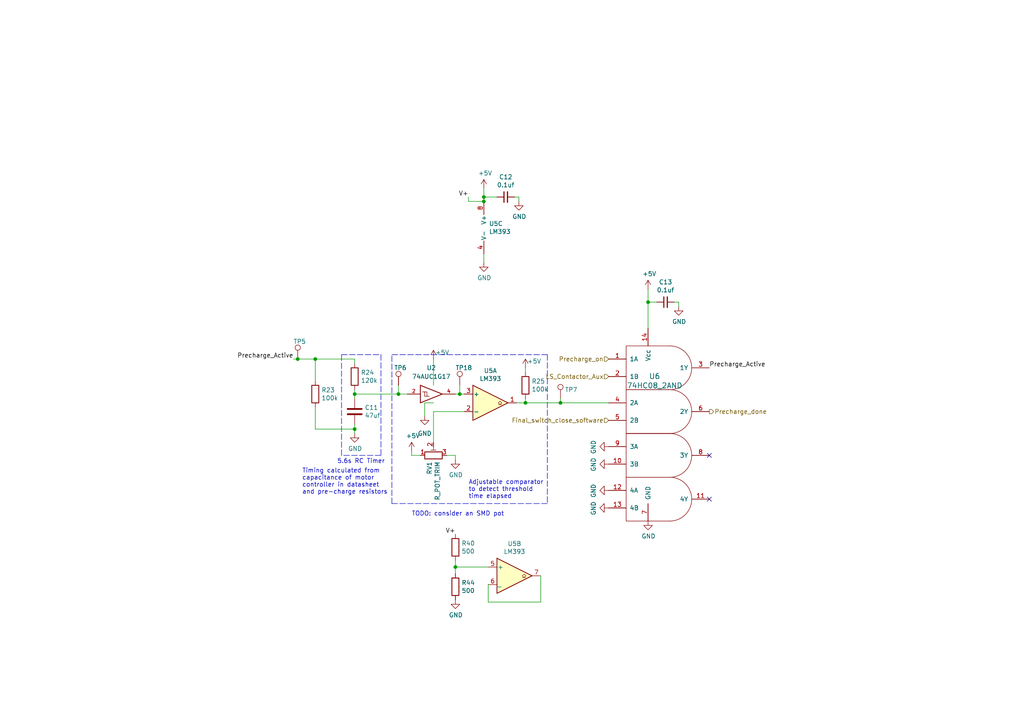
<source format=kicad_sch>
(kicad_sch (version 20211123) (generator eeschema)
  (paper "A4")
  (lib_symbols
    (symbol "74xGxx:74AUC1G17" (pin_names (offset 1.016))
      (property "Reference" "U" (at -2.54 3.81 0))
      (property "Value" "74AUC1G17" (at 0 -3.81 0))
      (symbol "74AUC1G17_0_1"
        (polyline (pts (xy -2.54 0.635) (xy -1.905 0.635) (xy -1.905 -0.635)))
        (polyline (pts (xy -3.81 2.54) (xy -3.81 -2.54) (xy 2.54 0) (xy -3.81 2.54)) (stroke (width 0.254)))
        (polyline (pts (xy -3.175 0.635) (xy -2.54 0.635) (xy -2.54 -0.635) (xy -1.27 -0.635)))
      )
      (symbol "74AUC1G17_1_1"
        (pin input line (at -7.62 0 0) (length 3.81) (name "~") (number "2"))
        (pin power_in line (at 0 -2.54 270) (length 0) hide (name "GND") (number "3"))
        (pin output line (at 6.35 0 180) (length 3.81) (name "~") (number "4"))
        (pin power_in line (at 0 2.54 90) (length 0) hide (name "VCC") (number "5"))
      )
    )
    (symbol "Comparator:LM393" (pin_names (offset 0.127))
      (property "Reference" "U" (at 3.81 3.81 0))
      (property "Value" "LM393" (at 6.35 -3.81 0))
      (symbol "LM393_1_1"
        (polyline (pts (xy -5.08 5.08) (xy 5.08 0) (xy -5.08 -5.08) (xy -5.08 5.08)) (stroke (width 0.254)) (fill (type background)))
        (polyline (pts (xy 3.302 -0.508) (xy 2.794 -0.508) (xy 3.302 0) (xy 2.794 0.508) (xy 2.286 0) (xy 2.794 -0.508) (xy 2.286 -0.508)) (stroke (width 0.127)))
        (pin open_collector line (at 7.62 0 180) (length 2.54) (name "~") (number "1"))
        (pin input line (at -7.62 -2.54 0) (length 2.54) (name "-") (number "2"))
        (pin input line (at -7.62 2.54 0) (length 2.54) (name "+") (number "3"))
      )
      (symbol "LM393_2_1"
        (polyline (pts (xy -5.08 5.08) (xy 5.08 0) (xy -5.08 -5.08) (xy -5.08 5.08)) (stroke (width 0.254)) (fill (type background)))
        (polyline (pts (xy 3.302 -0.508) (xy 2.794 -0.508) (xy 3.302 0) (xy 2.794 0.508) (xy 2.286 0) (xy 2.794 -0.508) (xy 2.286 -0.508)) (stroke (width 0.127)))
        (pin input line (at -7.62 2.54 0) (length 2.54) (name "+") (number "5"))
        (pin input line (at -7.62 -2.54 0) (length 2.54) (name "_") (number "6"))
        (pin open_collector line (at 7.62 0 180) (length 2.54) (name "~") (number "7"))
      )
      (symbol "LM393_3_1"
        (pin power_in line (at -2.54 -7.62 90) (length 3.81) (name "V-") (number "4"))
        (pin power_in line (at -2.54 7.62 270) (length 3.81) (name "V+") (number "8"))
      )
    )
    (symbol "Connector:TestPoint" (pin_numbers hide) (pin_names (offset 0.762) hide)
      (property "Reference" "TP" (at 0 6.858 0))
      (property "Value" "TestPoint" (at 0 5.08 0))
      (symbol "TestPoint_0_1"
        (circle (center 0 3.302) (radius 0.762))
      )
      (symbol "TestPoint_1_1"
        (pin passive line (at 0 0 90) (length 2.54) (name "1") (number "1"))
      )
    )
    (symbol "Device:C" (pin_numbers hide) (pin_names (offset 0.254))
      (property "Reference" "C" (at 0.635 2.54 0))
      (property "Value" "C" (at 0.635 -2.54 0))
      (symbol "C_0_1"
        (polyline (pts (xy -2.032 -0.762) (xy 2.032 -0.762)) (stroke (width 0.508)))
        (polyline (pts (xy -2.032 0.762) (xy 2.032 0.762)) (stroke (width 0.508)))
      )
      (symbol "C_1_1"
        (pin passive line (at 0 3.81 270) (length 2.794) (name "~") (number "1"))
        (pin passive line (at 0 -3.81 90) (length 2.794) (name "~") (number "2"))
      )
    )
    (symbol "Device:C_Small" (pin_numbers hide) (pin_names (offset 0.254) hide)
      (property "Reference" "C" (at 0.254 1.778 0))
      (property "Value" "C_Small" (at 0.254 -2.032 0))
      (symbol "C_Small_0_1"
        (polyline (pts (xy -1.524 -0.508) (xy 1.524 -0.508)) (stroke (width 0.3302)))
        (polyline (pts (xy -1.524 0.508) (xy 1.524 0.508)) (stroke (width 0.3048)))
      )
      (symbol "C_Small_1_1"
        (pin passive line (at 0 2.54 270) (length 2.032) (name "~") (number "1"))
        (pin passive line (at 0 -2.54 90) (length 2.032) (name "~") (number "2"))
      )
    )
    (symbol "Device:R" (pin_numbers hide) (pin_names (offset 0))
      (property "Reference" "R" (at 2.032 0 90))
      (property "Value" "R" (at 0 0 90))
      (symbol "R_0_1"
        (rectangle (start -1.016 -2.54) (end 1.016 2.54) (stroke (width 0.254)))
      )
      (symbol "R_1_1"
        (pin passive line (at 0 3.81 270) (length 1.27) (name "~") (number "1"))
        (pin passive line (at 0 -3.81 90) (length 1.27) (name "~") (number "2"))
      )
    )
    (symbol "Device:R_POT_TRIM" (pin_names (offset 1.016) hide)
      (property "Reference" "RV" (at -4.445 0 90))
      (property "Value" "Device_R_POT_TRIM" (at -2.54 0 90))
      (symbol "R_POT_TRIM_0_1"
        (polyline (pts (xy 1.524 0.762) (xy 1.524 -0.762)))
        (polyline (pts (xy 2.54 0) (xy 1.524 0)))
        (rectangle (start 1.016 2.54) (end -1.016 -2.54) (stroke (width 0.254)))
      )
      (symbol "R_POT_TRIM_1_1"
        (pin passive line (at 0 3.81 270) (length 1.27) (name "1") (number "1"))
        (pin passive line (at 3.81 0 180) (length 1.27) (name "2") (number "2"))
        (pin passive line (at 0 -3.81 90) (length 1.27) (name "3") (number "3"))
      )
    )
    (symbol "LHRE_Component_Library:74HC08-QUAD" (pin_names (offset 1.016))
      (property "Reference" "U" (at 1.27 19.05 0))
      (property "Value" "LHRE_Component_Library_74HC08-QUAD" (at 7.62 26.67 0))
      (symbol "74HC08-QUAD_0_1"
        (polyline (pts (xy 5.08 25.4) (xy -7.62 25.4) (xy -7.62 12.7) (xy 5.08 12.7)))
        (arc (start 5.08 12.7) (mid 11.43 19.05) (end 5.08 25.4))
      )
      (symbol "74HC08-QUAD_1_1"
        (polyline (pts (xy 5.08 -12.7) (xy -7.62 -12.7) (xy -7.62 -25.4) (xy 5.08 -25.4)))
        (polyline (pts (xy 5.08 0) (xy -7.62 0) (xy -7.62 -12.7) (xy 5.08 -12.7)))
        (polyline (pts (xy 5.08 12.7) (xy -7.62 12.7) (xy -7.62 0) (xy 5.08 0)))
        (arc (start 5.08 -25.4) (mid 11.43 -19.05) (end 5.08 -12.7))
        (arc (start 5.08 -12.7) (mid 11.43 -6.35) (end 5.08 0))
        (arc (start 5.08 0) (mid 11.43 6.35) (end 5.08 12.7))
        (pin input line (at -12.7 21.59 0) (length 5.08) (name "1A") (number "1"))
        (pin input line (at -12.7 -8.89 0) (length 5.08) (name "3B") (number "10"))
        (pin output line (at 16.51 -19.05 180) (length 5.08) (name "4Y") (number "11"))
        (pin input line (at -12.7 -16.51 0) (length 5.08) (name "4A") (number "12"))
        (pin input line (at -12.7 -21.59 0) (length 5.08) (name "4B") (number "13"))
        (pin input line (at -1.27 30.48 270) (length 5.08) (name "Vcc") (number "14"))
        (pin input line (at -12.7 16.51 0) (length 5.08) (name "1B") (number "2"))
        (pin output line (at 16.51 19.05 180) (length 5.08) (name "1Y") (number "3"))
        (pin input line (at -12.7 8.89 0) (length 5.08) (name "2A") (number "4"))
        (pin input line (at -12.7 3.81 0) (length 5.08) (name "2B") (number "5"))
        (pin output line (at 16.51 6.35 180) (length 5.08) (name "2Y") (number "6"))
        (pin input line (at -1.27 -25.4 90) (length 5.08) (name "GND") (number "7"))
        (pin output line (at 16.51 -6.35 180) (length 5.08) (name "3Y") (number "8"))
        (pin input line (at -12.7 -3.81 0) (length 5.08) (name "3A") (number "9"))
      )
    )
    (symbol "power:+5V" (power) (pin_names (offset 0))
      (property "Value" "+5V" (at 0 3.556 0))
      (symbol "+5V_0_1"
        (polyline (pts (xy -0.762 1.27) (xy 0 2.54)))
        (polyline (pts (xy 0 0) (xy 0 2.54)))
        (polyline (pts (xy 0 2.54) (xy 0.762 1.27)))
      )
      (symbol "+5V_1_1"
        (pin power_in line (at 0 0 90) (length 0) hide (name "+5V") (number "1"))
      )
    )
    (symbol "power:GND" (power) (pin_names (offset 0))
      (property "Value" "GND" (at 0 -3.81 0))
      (symbol "GND_0_1"
        (polyline (pts (xy 0 0) (xy 0 -1.27) (xy 1.27 -1.27) (xy 0 -2.54) (xy -1.27 -1.27) (xy 0 -1.27)))
      )
      (symbol "GND_1_1"
        (pin power_in line (at 0 0 270) (length 0) hide (name "GND") (number "1"))
      )
    )
  )
  (junction (at 152.4 116.84))
  (junction (at 86.36 104.14))
  (junction (at 115.57 114.3))
  (junction (at 133.35 114.3))
  (junction (at 102.87 114.3))
  (junction (at 91.44 104.14))
  (junction (at 162.56 116.84))
  (junction (at 102.87 124.46))
  (junction (at 140.335 57.15))
  (junction (at 187.96 87.63))
  (junction (at 132.08 164.465))
  (junction (at 140.335 58.42))
  (no_connect (at 205.74 144.78))
  (no_connect (at 205.74 132.08))
  (polyline (pts (xy 158.75 146.05) (xy 113.665 146.05)))
  (polyline (pts (xy 113.665 102.87) (xy 158.75 102.87)))
  (wire (pts (xy 140.335 57.15) (xy 144.145 57.15)))
  (wire (pts (xy 129.54 132.08) (xy 132.08 132.08)))
  (polyline (pts (xy 99.06 102.87) (xy 110.49 102.87)))
  (wire (pts (xy 119.38 130.81) (xy 119.38 132.08)))
  (polyline (pts (xy 110.49 102.87) (xy 110.49 132.08)))
  (wire (pts (xy 123.19 116.84) (xy 123.19 120.65)))
  (wire (pts (xy 91.44 104.14) (xy 102.87 104.14)))
  (wire (pts (xy 102.87 124.46) (xy 102.87 125.73)))
  (wire (pts (xy 132.08 114.3) (xy 133.35 114.3)))
  (wire (pts (xy 85.09 104.14) (xy 86.36 104.14)))
  (wire (pts (xy 152.4 107.95) (xy 152.4 106.68)))
  (wire (pts (xy 102.87 114.3) (xy 115.57 114.3)))
  (wire (pts (xy 132.08 162.56) (xy 132.08 164.465)))
  (wire (pts (xy 140.335 76.2) (xy 140.335 73.66)))
  (wire (pts (xy 196.85 87.63) (xy 195.58 87.63)))
  (wire (pts (xy 156.845 174.625) (xy 141.605 174.625)))
  (polyline (pts (xy 113.665 146.05) (xy 113.665 102.87)))
  (wire (pts (xy 135.89 58.42) (xy 135.89 57.15)))
  (wire (pts (xy 132.08 132.08) (xy 132.08 133.35)))
  (wire (pts (xy 125.73 104.14) (xy 125.73 111.76)))
  (wire (pts (xy 102.87 123.19) (xy 102.87 124.46)))
  (wire (pts (xy 102.87 105.41) (xy 102.87 104.14)))
  (wire (pts (xy 133.35 111.76) (xy 133.35 114.3)))
  (wire (pts (xy 91.44 124.46) (xy 102.87 124.46)))
  (wire (pts (xy 152.4 115.57) (xy 152.4 116.84)))
  (wire (pts (xy 187.96 87.63) (xy 187.96 95.25)))
  (wire (pts (xy 125.73 116.84) (xy 123.19 116.84)))
  (wire (pts (xy 162.56 115.57) (xy 162.56 116.84)))
  (polyline (pts (xy 99.06 132.08) (xy 99.06 102.87)))
  (wire (pts (xy 134.62 119.38) (xy 125.73 119.38)))
  (wire (pts (xy 133.35 114.3) (xy 134.62 114.3)))
  (wire (pts (xy 132.08 164.465) (xy 141.605 164.465)))
  (wire (pts (xy 149.225 57.15) (xy 150.495 57.15)))
  (wire (pts (xy 140.335 57.15) (xy 140.335 54.61)))
  (wire (pts (xy 196.85 88.9) (xy 196.85 87.63)))
  (wire (pts (xy 125.73 119.38) (xy 125.73 128.27)))
  (wire (pts (xy 86.36 104.14) (xy 91.44 104.14)))
  (wire (pts (xy 115.57 114.3) (xy 118.11 114.3)))
  (wire (pts (xy 190.5 87.63) (xy 187.96 87.63)))
  (wire (pts (xy 187.96 87.63) (xy 187.96 83.82)))
  (wire (pts (xy 141.605 174.625) (xy 141.605 169.545)))
  (wire (pts (xy 162.56 116.84) (xy 176.53 116.84)))
  (wire (pts (xy 91.44 110.49) (xy 91.44 104.14)))
  (wire (pts (xy 156.845 167.005) (xy 156.845 174.625)))
  (wire (pts (xy 115.57 111.76) (xy 115.57 114.3)))
  (wire (pts (xy 140.335 58.42) (xy 140.335 57.15)))
  (wire (pts (xy 102.87 115.57) (xy 102.87 114.3)))
  (polyline (pts (xy 158.75 102.87) (xy 158.75 146.05)))
  (wire (pts (xy 152.4 116.84) (xy 162.56 116.84)))
  (wire (pts (xy 150.495 57.15) (xy 150.495 58.42)))
  (wire (pts (xy 149.86 116.84) (xy 152.4 116.84)))
  (wire (pts (xy 91.44 118.11) (xy 91.44 124.46)))
  (polyline (pts (xy 110.49 132.08) (xy 99.06 132.08)))
  (wire (pts (xy 140.335 58.42) (xy 135.89 58.42)))
  (wire (pts (xy 132.08 164.465) (xy 132.08 166.37)))
  (wire (pts (xy 102.87 114.3) (xy 102.87 113.03)))
  (wire (pts (xy 119.38 132.08) (xy 121.92 132.08)))
  (text "Timing calculated from \ncapacitance of motor \ncontroller in datasheet \nand pre-charge resistors" (at 87.63 143.51 0) (effects (font (size 1.27 1.27)) (justify left bottom)))
  (text "5.6s RC Timer" (at 97.79 134.62 0) (effects (font (size 1.27 1.27)) (justify left bottom)))
  (text "Adjustable comparator \nto detect threshold \ntime elapsed" (at 135.89 144.78 0) (effects (font (size 1.27 1.27)) (justify left bottom)))
  (text "TODO: consider an SMD pot" (at 119.38 149.86 0) (effects (font (size 1.27 1.27)) (justify left bottom)))
  (label "Precharge_Active" (at 85.09 104.14 180))
  (label "V+" (at 135.89 57.15 180))
  (label "Precharge_Active" (at 205.74 106.68 0))
  (label "V+" (at 132.08 154.94 180))
  (hierarchical_label "Precharge_on" (shape input) (at 176.53 104.14 180))
  (hierarchical_label "Precharge_done" (shape output) (at 205.74 119.38 0))
  (hierarchical_label "Final_switch_close_software" (shape input) (at 176.53 121.92 180))
  (hierarchical_label "LS_Contactor_Aux" (shape input) (at 176.53 109.22 180))
  (symbol (lib_id "power:+5V") (at 119.38 130.81 0) (unit 1)
    (property "Reference" "#PWR046" (effects hide))
    (property "Value" "+5V" (at 119.761 126.4158 0))
  )
  (symbol (lib_id "power:GND") (at 132.08 133.35 0) (unit 1)
    (property "Reference" "#PWR047" (effects hide))
    (property "Value" "GND" (at 132.207 137.7442 0))
  )
  (symbol (lib_id "Device:R") (at 102.87 109.22 0) (unit 1)
    (property "Reference" "R24" (at 104.648 108.0516 0) (effects (justify left)))
    (property "Value" "120k" (at 104.648 110.363 0) (effects (justify left)))
    (property "Footprint" "Resistor_SMD:R_0603_1608Metric_Pad0.98x0.95mm_HandSolder" (effects hide))
  )
  (symbol (lib_id "Device:C") (at 102.87 119.38 0) (unit 1)
    (property "Reference" "C11" (at 105.791 118.2116 0) (effects (justify left)))
    (property "Value" "47uf" (at 105.791 120.523 0) (effects (justify left)))
    (property "Footprint" "Capacitor_SMD:C_1206_3216Metric_Pad1.33x1.80mm_HandSolder" (effects hide))
    (property "Manufacturer" " Samsung electro-mechanics" (effects hide))
    (property "Part Number" "CL31A476MPHNNNE" (effects hide))
    (property "Description" "Multi-layer Ceramic Capacitor" (effects hide))
    (property "Package" "1206" (effects hide))
  )
  (symbol (lib_id "Comparator:LM393") (at 142.24 116.84 0) (unit 1)
    (property "Reference" "U5" (at 142.24 107.5182 0))
    (property "Value" "LM393" (at 142.24 109.8296 0))
    (property "Footprint" "Package_SO:SOIC-8_3.9x4.9mm_P1.27mm" (effects hide))
    (property "Datasheet" "http://www.ti.com/lit/ds/symlink/lm393.pdf" (effects hide))
  )
  (symbol (lib_id "Comparator:LM393") (at 142.875 66.04 0) (unit 3)
    (property "Reference" "U5" (at 141.8082 64.8716 0) (effects (justify left)))
    (property "Value" "LM393" (at 141.8082 67.183 0) (effects (justify left)))
    (property "Footprint" "Package_SO:SOIC-8_3.9x4.9mm_P1.27mm" (effects hide))
    (property "Datasheet" "http://www.ti.com/lit/ds/symlink/lm393.pdf" (effects hide))
  )
  (symbol (lib_id "Comparator:LM393") (at 149.225 167.005 0) (unit 2)
    (property "Reference" "U5" (at 149.225 157.6832 0))
    (property "Value" "LM393" (at 149.225 159.9946 0))
    (property "Footprint" "Package_SO:SOIC-8_3.9x4.9mm_P1.27mm" (effects hide))
    (property "Datasheet" "http://www.ti.com/lit/ds/symlink/lm393.pdf" (effects hide))
  )
  (symbol (lib_id "power:GND") (at 102.87 125.73 0) (unit 1)
    (property "Reference" "#PWR045" (effects hide))
    (property "Value" "GND" (at 102.997 130.1242 0))
  )
  (symbol (lib_id "Device:R") (at 91.44 114.3 0) (unit 1)
    (property "Reference" "R23" (at 93.218 113.1316 0) (effects (justify left)))
    (property "Value" "100k" (at 93.218 115.443 0) (effects (justify left)))
    (property "Footprint" "Resistor_SMD:R_0603_1608Metric_Pad0.98x0.95mm_HandSolder" (effects hide))
  )
  (symbol (lib_id "power:+5V") (at 187.96 83.82 0) (unit 1)
    (property "Reference" "#PWR059" (effects hide))
    (property "Value" "+5V" (at 188.341 79.4258 0))
  )
  (symbol (lib_id "Device:C_Small") (at 193.04 87.63 90) (unit 1)
    (property "Reference" "C13" (at 193.04 81.8134 90))
    (property "Value" "0.1uf" (at 193.04 84.1248 90))
    (property "Footprint" "Capacitor_SMD:C_0603_1608Metric_Pad1.08x0.95mm_HandSolder" (effects hide))
    (property "Manufacturer" "." (effects hide))
    (property "Part Number" "." (effects hide))
    (property "Description" "CAP CER 0.1UF 25V X7R 0603" (effects hide))
    (property "Package" "0603" (effects hide))
  )
  (symbol (lib_id "power:GND") (at 187.96 151.13 0) (unit 1)
    (property "Reference" "#PWR060" (effects hide))
    (property "Value" "GND" (at 188.087 155.5242 0))
  )
  (symbol (lib_id "power:GND") (at 196.85 88.9 0) (unit 1)
    (property "Reference" "#PWR061" (effects hide))
    (property "Value" "GND" (at 196.977 93.2942 0))
  )
  (symbol (lib_id "Device:R_POT_TRIM") (at 125.73 132.08 90) (unit 1)
    (property "Reference" "RV1" (at 124.5616 133.858 0) (effects (justify right)))
    (property "Value" "R_POT_TRIM" (at 126.873 133.858 0) (effects (justify right)))
    (property "Footprint" "Potentiometer_THT:Potentiometer_Bourns_3296W_Vertical" (effects hide))
  )
  (symbol (lib_id "LHRE_Component_Library:74HC08-QUAD") (at 189.23 125.73 0) (unit 1)
    (property "Reference" "U6" (at 189.865 109.1438 0) (effects (font (size 1.524 1.524))))
    (property "Value" "74HC08_2AND" (at 189.865 111.8362 0) (effects (font (size 1.524 1.524))))
    (property "Footprint" "Package_SO:SOIC-14_3.9x8.7mm_P1.27mm" (effects hide))
    (property "Datasheet" "https://datasheet.lcsc.com/szlcsc/Nexperia-74HC08D-653_C5593.pdf" (effects hide))
    (property "Part Number JLC" "74HC08D,653" (effects hide))
  )
  (symbol (lib_id "power:+5V") (at 140.335 54.61 0) (unit 1)
    (property "Reference" "#PWR050" (effects hide))
    (property "Value" "+5V" (at 140.716 50.2158 0))
  )
  (symbol (lib_id "power:GND") (at 140.335 76.2 0) (unit 1)
    (property "Reference" "#PWR051" (effects hide))
    (property "Value" "GND" (at 140.462 80.5942 0))
  )
  (symbol (lib_id "Device:C_Small") (at 146.685 57.15 90) (unit 1)
    (property "Reference" "C12" (at 146.685 51.3334 90))
    (property "Value" "0.1uf" (at 146.685 53.6448 90))
    (property "Footprint" "Capacitor_SMD:C_0603_1608Metric_Pad1.08x0.95mm_HandSolder" (effects hide))
  )
  (symbol (lib_id "power:GND") (at 150.495 58.42 0) (unit 1)
    (property "Reference" "#PWR052" (effects hide))
    (property "Value" "GND" (at 150.622 62.8142 0))
  )
  (symbol (lib_id "Device:R") (at 152.4 111.76 0) (unit 1)
    (property "Reference" "R25" (at 154.178 110.5916 0) (effects (justify left)))
    (property "Value" "100k" (at 154.178 112.903 0) (effects (justify left)))
    (property "Footprint" "Resistor_SMD:R_0603_1608Metric_Pad0.98x0.95mm_HandSolder" (effects hide))
  )
  (symbol (lib_id "power:+5V") (at 152.4 106.68 0) (unit 1)
    (property "Reference" "#PWR054" (effects hide))
    (property "Value" "+5V" (at 154.94 104.775 0))
  )
  (symbol (lib_id "power:GND") (at 176.53 129.54 270) (unit 1)
    (property "Reference" "#PWR055" (effects hide))
    (property "Value" "GND" (at 172.1358 129.667 0))
  )
  (symbol (lib_id "power:GND") (at 176.53 134.62 270) (unit 1)
    (property "Reference" "#PWR056" (effects hide))
    (property "Value" "GND" (at 172.1358 134.747 0))
  )
  (symbol (lib_id "power:GND") (at 176.53 142.24 270) (unit 1)
    (property "Reference" "#PWR057" (effects hide))
    (property "Value" "GND" (at 172.1358 142.367 0))
  )
  (symbol (lib_id "power:GND") (at 176.53 147.32 270) (unit 1)
    (property "Reference" "#PWR058" (effects hide))
    (property "Value" "GND" (at 172.1358 147.447 0))
  )
  (symbol (lib_id "Connector:TestPoint") (at 162.56 115.57 0) (unit 1)
    (property "Reference" "TP7" (at 163.83 113.03 0) (effects (justify left)))
    (property "Value" "TestPoint" (effects hide))
    (property "Footprint" "TestPoint:TestPoint_THTPad_D1.0mm_Drill0.5mm" (effects hide))
  )
  (symbol (lib_id "Connector:TestPoint") (at 115.57 111.76 0) (unit 1)
    (property "Reference" "TP6" (at 114.3 106.68 0) (effects (justify left)))
    (property "Value" "TestPoint" (effects hide))
    (property "Footprint" "TestPoint:TestPoint_THTPad_D1.0mm_Drill0.5mm" (effects hide))
  )
  (symbol (lib_id "Connector:TestPoint") (at 86.36 104.14 0) (unit 1)
    (property "Reference" "TP5" (at 85.09 99.06 0) (effects (justify left)))
    (property "Value" "TestPoint" (effects hide))
    (property "Footprint" "TestPoint:TestPoint_THTPad_D1.0mm_Drill0.5mm" (effects hide))
  )
  (symbol (lib_id "Device:R") (at 132.08 158.75 0) (unit 1)
    (property "Reference" "R40" (at 133.858 157.5816 0) (effects (justify left)))
    (property "Value" "500" (at 133.858 159.893 0) (effects (justify left)))
  )
  (symbol (lib_id "Device:R") (at 132.08 170.18 0) (unit 1)
    (property "Reference" "R44" (at 133.858 169.0116 0) (effects (justify left)))
    (property "Value" "500" (at 133.858 171.323 0) (effects (justify left)))
  )
  (symbol (lib_id "power:GND") (at 132.08 173.99 0) (unit 1)
    (property "Reference" "#PWR0101" (effects hide))
    (property "Value" "GND" (at 132.207 178.3842 0))
  )
  (symbol (lib_id "Connector:TestPoint") (at 133.35 111.76 0) (unit 1)
    (property "Reference" "TP18" (at 132.08 106.68 0) (effects (justify left)))
    (property "Value" "TestPoint" (effects hide))
    (property "Footprint" "TestPoint:TestPoint_THTPad_D1.0mm_Drill0.5mm" (effects hide))
  )
  (symbol (lib_id "74xGxx:74AUC1G17") (at 125.73 114.3 0) (unit 1)
    (property "Reference" "U2" (at 125.095 106.68 0))
    (property "Value" "74AUC1G17" (at 125.095 109.22 0))
    (property "Datasheet" "http://www.ti.com/lit/sg/scyt129e/scyt129e.pdf" (effects hide))
  )
  (symbol (lib_id "power:+5V") (at 125.73 104.14 0) (unit 1)
    (property "Reference" "#PWR0102" (effects hide))
    (property "Value" "+5V" (at 128.27 102.235 0))
  )
  (symbol (lib_id "power:GND") (at 123.19 120.65 0) (unit 1)
    (property "Reference" "#PWR0103" (effects hide))
    (property "Value" "GND" (at 123.19 125.73 0))
  )
)
</source>
